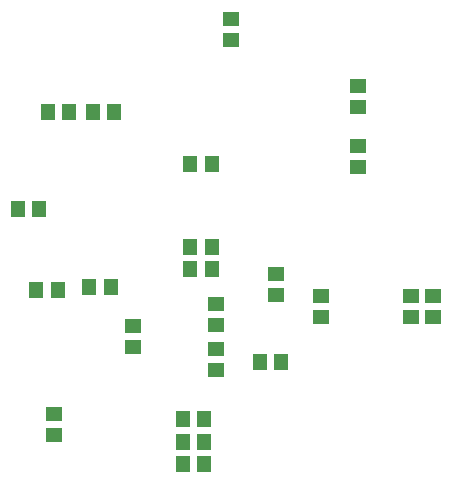
<source format=gbp>
%FSLAX25Y25*%
%MOIN*%
G70*
G01*
G75*
G04 Layer_Color=128*
%ADD10R,0.07874X0.03150*%
%ADD11R,0.08465X0.11221*%
%ADD12R,0.06693X0.06693*%
%ADD13R,0.04134X0.02362*%
%ADD14R,0.05512X0.04724*%
%ADD15R,0.09921X0.13425*%
%ADD16O,0.05709X0.02362*%
%ADD17R,0.07284X0.16339*%
%ADD18O,0.00984X0.06102*%
%ADD19O,0.06102X0.00984*%
%ADD20R,0.09449X0.07087*%
%ADD21R,0.04724X0.05512*%
%ADD22R,0.05512X0.02362*%
%ADD23R,0.07087X0.02362*%
G04:AMPARAMS|DCode=24|XSize=74.8mil|YSize=125.98mil|CornerRadius=0mil|HoleSize=0mil|Usage=FLASHONLY|Rotation=90.000|XOffset=0mil|YOffset=0mil|HoleType=Round|Shape=Octagon|*
%AMOCTAGOND24*
4,1,8,-0.06299,-0.01870,-0.06299,0.01870,-0.04429,0.03740,0.04429,0.03740,0.06299,0.01870,0.06299,-0.01870,0.04429,-0.03740,-0.04429,-0.03740,-0.06299,-0.01870,0.0*
%
%ADD24OCTAGOND24*%

%ADD25R,0.21654X0.09843*%
%ADD26C,0.01000*%
%ADD27C,0.02000*%
%ADD28C,0.05906*%
%ADD29R,0.05906X0.05906*%
%ADD30O,0.06299X0.03937*%
%ADD31C,0.07874*%
%ADD32C,0.06299*%
%ADD33C,0.09000*%
%ADD34C,0.01969*%
%ADD35C,0.01600*%
%ADD36C,0.03000*%
%ADD37R,0.12598X0.20472*%
%ADD38C,0.00984*%
%ADD39C,0.02362*%
%ADD40C,0.00800*%
%ADD41C,0.00787*%
%ADD42C,0.00600*%
%ADD43R,0.08674X0.03950*%
%ADD44R,0.09265X0.12020*%
%ADD45R,0.07493X0.07493*%
%ADD46R,0.04934X0.03162*%
%ADD47R,0.06312X0.05524*%
%ADD48R,0.10721X0.14225*%
%ADD49O,0.06509X0.03162*%
%ADD50R,0.08083X0.17139*%
%ADD51O,0.01784X0.06902*%
%ADD52O,0.06902X0.01784*%
%ADD53R,0.10249X0.07887*%
%ADD54R,0.05524X0.06312*%
%ADD55R,0.06312X0.03162*%
%ADD56R,0.07887X0.03162*%
G04:AMPARAMS|DCode=57|XSize=82.8mil|YSize=133.98mil|CornerRadius=0mil|HoleSize=0mil|Usage=FLASHONLY|Rotation=90.000|XOffset=0mil|YOffset=0mil|HoleType=Round|Shape=Octagon|*
%AMOCTAGOND57*
4,1,8,-0.06699,-0.02070,-0.06699,0.02070,-0.04629,0.04140,0.04629,0.04140,0.06699,0.02070,0.06699,-0.02070,0.04629,-0.04140,-0.04629,-0.04140,-0.06699,-0.02070,0.0*
%
%ADD57OCTAGOND57*%

%ADD58R,0.22453X0.10642*%
%ADD59C,0.06706*%
%ADD60R,0.06706X0.06706*%
%ADD61O,0.07099X0.04737*%
%ADD62C,0.08674*%
%ADD63C,0.07099*%
%ADD64C,0.09800*%
D14*
X92500Y148957D02*
D03*
Y156043D02*
D03*
X160000Y56457D02*
D03*
Y63543D02*
D03*
X152500Y56457D02*
D03*
Y63543D02*
D03*
X107500Y63957D02*
D03*
Y71043D02*
D03*
X87500Y53957D02*
D03*
Y61043D02*
D03*
Y38957D02*
D03*
Y46043D02*
D03*
X135000Y133543D02*
D03*
Y126457D02*
D03*
X60000Y53543D02*
D03*
Y46457D02*
D03*
X122500Y56457D02*
D03*
Y63543D02*
D03*
X135000Y113543D02*
D03*
Y106457D02*
D03*
X33600Y17257D02*
D03*
Y24343D02*
D03*
D21*
X86043Y107500D02*
D03*
X78957D02*
D03*
X102057Y41600D02*
D03*
X109143D02*
D03*
X78957Y80000D02*
D03*
X86043D02*
D03*
X78957Y72500D02*
D03*
X86043D02*
D03*
X27657Y65600D02*
D03*
X34743D02*
D03*
X52343Y66400D02*
D03*
X45257D02*
D03*
X53543Y125000D02*
D03*
X46457D02*
D03*
X38543D02*
D03*
X31457D02*
D03*
X28543Y92500D02*
D03*
X21457D02*
D03*
X76457Y7500D02*
D03*
X83543D02*
D03*
X76457Y15000D02*
D03*
X83543D02*
D03*
X76457Y22500D02*
D03*
X83543D02*
D03*
M02*

</source>
